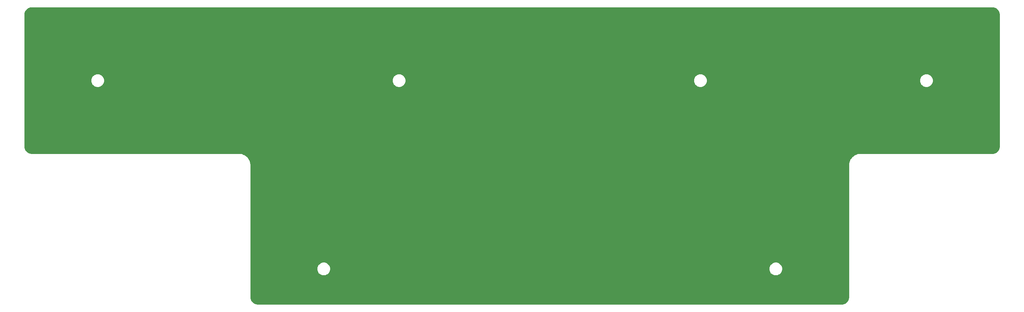
<source format=gtl>
G04 #@! TF.GenerationSoftware,KiCad,Pcbnew,(5.99.0-10034-g38c849bde7)*
G04 #@! TF.CreationDate,2021-03-30T15:33:25-07:00*
G04 #@! TF.ProjectId,back-plate,6261636b-2d70-46c6-9174-652e6b696361,rev?*
G04 #@! TF.SameCoordinates,Original*
G04 #@! TF.FileFunction,Copper,L1,Top*
G04 #@! TF.FilePolarity,Positive*
%FSLAX46Y46*%
G04 Gerber Fmt 4.6, Leading zero omitted, Abs format (unit mm)*
G04 Created by KiCad (PCBNEW (5.99.0-10034-g38c849bde7)) date 2021-03-30 15:33:25*
%MOMM*%
%LPD*%
G01*
G04 APERTURE LIST*
G04 APERTURE END LIST*
G04 #@! TA.AperFunction,NonConductor*
G36*
X272989073Y-60834841D02*
G01*
X272998448Y-60836462D01*
X272998454Y-60836463D01*
X273003247Y-60837291D01*
X273048299Y-60838043D01*
X273128461Y-60839383D01*
X273134595Y-60839635D01*
X273177288Y-60842432D01*
X273190870Y-60843323D01*
X273199063Y-60844129D01*
X273249282Y-60850741D01*
X273387955Y-60868998D01*
X273396087Y-60870341D01*
X273432821Y-60877647D01*
X273440853Y-60879519D01*
X273624887Y-60928831D01*
X273632752Y-60931217D01*
X273668219Y-60943256D01*
X273668222Y-60943257D01*
X273675937Y-60946161D01*
X273851969Y-61019076D01*
X273859473Y-61022476D01*
X273859486Y-61022482D01*
X273893060Y-61039039D01*
X273900331Y-61042926D01*
X274065314Y-61138179D01*
X274072312Y-61142530D01*
X274103471Y-61163349D01*
X274110138Y-61168127D01*
X274261341Y-61284149D01*
X274267667Y-61289341D01*
X274290770Y-61309602D01*
X274295839Y-61314048D01*
X274301854Y-61319682D01*
X274436562Y-61454389D01*
X274442197Y-61460406D01*
X274466897Y-61488570D01*
X274472116Y-61494928D01*
X274587869Y-61645780D01*
X274588107Y-61646090D01*
X274592910Y-61652793D01*
X274613720Y-61683938D01*
X274618073Y-61690939D01*
X274713329Y-61855928D01*
X274717211Y-61863190D01*
X274733771Y-61896770D01*
X274737172Y-61904275D01*
X274810090Y-62080313D01*
X274812994Y-62088030D01*
X274825023Y-62123467D01*
X274827417Y-62131357D01*
X274876733Y-62315409D01*
X274878605Y-62323438D01*
X274885909Y-62360156D01*
X274887251Y-62368284D01*
X274905497Y-62506870D01*
X274912120Y-62557178D01*
X274912928Y-62565385D01*
X274916617Y-62621675D01*
X274916869Y-62627810D01*
X274918905Y-62749726D01*
X274919615Y-62754155D01*
X274921662Y-62766926D01*
X274923250Y-62786868D01*
X274923250Y-95961362D01*
X274921409Y-95982823D01*
X274919788Y-95992198D01*
X274919787Y-95992204D01*
X274918959Y-95996997D01*
X274918673Y-96014132D01*
X274916867Y-96122211D01*
X274916615Y-96128345D01*
X274912928Y-96184613D01*
X274912121Y-96192813D01*
X274909949Y-96209312D01*
X274887251Y-96381712D01*
X274885909Y-96389842D01*
X274878599Y-96426594D01*
X274876733Y-96434594D01*
X274827418Y-96618636D01*
X274825025Y-96626526D01*
X274812994Y-96661968D01*
X274810090Y-96669684D01*
X274737174Y-96845720D01*
X274733780Y-96853212D01*
X274717203Y-96886825D01*
X274713324Y-96894082D01*
X274618077Y-97059055D01*
X274613723Y-97066057D01*
X274592898Y-97097224D01*
X274588096Y-97103925D01*
X274472116Y-97255072D01*
X274466916Y-97261408D01*
X274444913Y-97286498D01*
X274442202Y-97289589D01*
X274436568Y-97295603D01*
X274301848Y-97430323D01*
X274295830Y-97435960D01*
X274267676Y-97460650D01*
X274261303Y-97465880D01*
X274110175Y-97581845D01*
X274103475Y-97586647D01*
X274072314Y-97607469D01*
X274065318Y-97611819D01*
X274017006Y-97639712D01*
X273900334Y-97707072D01*
X273893063Y-97710959D01*
X273859475Y-97727523D01*
X273851964Y-97730926D01*
X273675938Y-97803839D01*
X273668226Y-97806742D01*
X273632752Y-97818784D01*
X273624904Y-97821164D01*
X273445088Y-97869345D01*
X273440838Y-97870484D01*
X273432807Y-97872356D01*
X273396094Y-97879658D01*
X273387962Y-97881001D01*
X273297615Y-97892896D01*
X273199060Y-97905871D01*
X273190876Y-97906677D01*
X273141246Y-97909930D01*
X273134575Y-97910367D01*
X273128440Y-97910619D01*
X273092039Y-97911227D01*
X273011014Y-97912580D01*
X273006525Y-97912655D01*
X272990280Y-97915259D01*
X272989325Y-97915412D01*
X272969383Y-97917000D01*
X239790957Y-97917000D01*
X239773657Y-97915806D01*
X239742119Y-97911434D01*
X239737254Y-97911515D01*
X239737250Y-97911515D01*
X239665774Y-97912709D01*
X239555124Y-97914557D01*
X239550102Y-97914540D01*
X239527500Y-97914008D01*
X239522667Y-97914644D01*
X239522452Y-97914656D01*
X239517801Y-97915167D01*
X239517604Y-97915184D01*
X239513120Y-97915259D01*
X239508696Y-97915968D01*
X239508686Y-97915969D01*
X239492429Y-97918575D01*
X239488934Y-97919085D01*
X239317241Y-97941689D01*
X239178219Y-97959991D01*
X239175303Y-97960341D01*
X239168590Y-97961064D01*
X239156411Y-97962376D01*
X239156408Y-97962377D01*
X239151569Y-97962898D01*
X239147153Y-97964081D01*
X239145879Y-97964249D01*
X239132320Y-97968047D01*
X239131049Y-97968396D01*
X238811229Y-98054092D01*
X238808374Y-98054821D01*
X238789966Y-98059291D01*
X238789964Y-98059292D01*
X238785235Y-98060440D01*
X238781017Y-98062187D01*
X238779771Y-98062521D01*
X238766738Y-98068093D01*
X238765469Y-98068627D01*
X238459745Y-98195263D01*
X238456990Y-98196366D01*
X238439315Y-98203204D01*
X238439311Y-98203206D01*
X238434769Y-98204963D01*
X238430811Y-98207248D01*
X238429621Y-98207741D01*
X238417409Y-98214978D01*
X238416333Y-98215607D01*
X238140347Y-98374947D01*
X238129638Y-98381130D01*
X238127052Y-98382582D01*
X238116512Y-98388341D01*
X238106163Y-98393995D01*
X238102542Y-98396774D01*
X238101424Y-98397419D01*
X238090227Y-98406214D01*
X238089188Y-98407020D01*
X237826674Y-98608455D01*
X237824317Y-98610220D01*
X237805044Y-98624301D01*
X237801814Y-98627531D01*
X237800791Y-98628316D01*
X237800054Y-98629070D01*
X237790950Y-98638383D01*
X237789944Y-98639401D01*
X237555891Y-98873453D01*
X237553768Y-98875526D01*
X237542874Y-98885919D01*
X237536562Y-98891940D01*
X237533785Y-98895559D01*
X237532869Y-98896475D01*
X237532239Y-98897316D01*
X237524357Y-98907833D01*
X237523497Y-98908967D01*
X237502760Y-98935992D01*
X237322071Y-99171469D01*
X237320281Y-99173747D01*
X237305308Y-99192336D01*
X237303028Y-99196285D01*
X237302240Y-99197312D01*
X237298369Y-99204196D01*
X237295296Y-99209661D01*
X237294593Y-99210894D01*
X237129119Y-99497506D01*
X237127700Y-99499899D01*
X237115245Y-99520343D01*
X237113496Y-99524566D01*
X237112852Y-99525681D01*
X237112465Y-99526646D01*
X237107615Y-99538742D01*
X237107076Y-99540064D01*
X236980415Y-99845851D01*
X236979254Y-99848563D01*
X236969620Y-99870355D01*
X236968439Y-99874761D01*
X236967944Y-99875957D01*
X236967686Y-99876964D01*
X236967685Y-99876968D01*
X236964434Y-99889677D01*
X236964078Y-99891040D01*
X236879881Y-100205266D01*
X236878430Y-100210680D01*
X236877640Y-100213495D01*
X236870927Y-100236379D01*
X236870331Y-100240905D01*
X236869997Y-100242152D01*
X236869873Y-100243182D01*
X236869871Y-100243193D01*
X236868306Y-100256221D01*
X236868128Y-100257638D01*
X236826174Y-100576316D01*
X236825413Y-100581319D01*
X236821563Y-100603592D01*
X236821482Y-100608458D01*
X236821463Y-100608658D01*
X236821284Y-100613341D01*
X236821271Y-100613557D01*
X236820686Y-100618000D01*
X236820737Y-100622483D01*
X236820923Y-100638942D01*
X236820913Y-100642472D01*
X236820848Y-100646354D01*
X236817738Y-100832591D01*
X236818299Y-100837036D01*
X236822258Y-100868405D01*
X236823250Y-100884182D01*
X236823250Y-134061362D01*
X236821409Y-134082823D01*
X236819788Y-134092198D01*
X236819787Y-134092204D01*
X236818959Y-134096997D01*
X236818673Y-134114132D01*
X236816867Y-134222211D01*
X236816615Y-134228345D01*
X236812928Y-134284613D01*
X236812121Y-134292813D01*
X236809949Y-134309312D01*
X236787251Y-134481712D01*
X236785909Y-134489842D01*
X236778599Y-134526594D01*
X236776733Y-134534594D01*
X236727418Y-134718636D01*
X236725025Y-134726526D01*
X236712994Y-134761968D01*
X236710090Y-134769684D01*
X236637174Y-134945720D01*
X236633780Y-134953212D01*
X236617203Y-134986825D01*
X236613324Y-134994082D01*
X236518077Y-135159055D01*
X236513723Y-135166057D01*
X236492898Y-135197224D01*
X236488096Y-135203925D01*
X236372116Y-135355072D01*
X236366916Y-135361408D01*
X236344913Y-135386498D01*
X236342202Y-135389589D01*
X236336568Y-135395603D01*
X236201848Y-135530323D01*
X236195830Y-135535960D01*
X236167676Y-135560650D01*
X236161303Y-135565880D01*
X236010175Y-135681845D01*
X236003475Y-135686647D01*
X235972314Y-135707469D01*
X235965318Y-135711819D01*
X235917006Y-135739712D01*
X235800334Y-135807072D01*
X235793063Y-135810959D01*
X235759475Y-135827523D01*
X235751964Y-135830926D01*
X235575938Y-135903839D01*
X235568226Y-135906742D01*
X235532752Y-135918784D01*
X235524904Y-135921164D01*
X235345088Y-135969345D01*
X235340838Y-135970484D01*
X235332807Y-135972356D01*
X235296094Y-135979658D01*
X235287962Y-135981001D01*
X235197615Y-135992896D01*
X235099060Y-136005871D01*
X235090876Y-136006677D01*
X235041246Y-136009930D01*
X235034575Y-136010367D01*
X235028440Y-136010619D01*
X234992039Y-136011227D01*
X234911014Y-136012580D01*
X234906525Y-136012655D01*
X234890903Y-136015159D01*
X234889325Y-136015412D01*
X234869383Y-136017000D01*
X87394888Y-136017000D01*
X87373427Y-136015159D01*
X87364052Y-136013538D01*
X87364046Y-136013537D01*
X87359253Y-136012709D01*
X87314201Y-136011957D01*
X87234039Y-136010617D01*
X87227905Y-136010365D01*
X87185212Y-136007568D01*
X87171630Y-136006677D01*
X87163437Y-136005871D01*
X87116796Y-135999730D01*
X86974538Y-135981001D01*
X86966408Y-135979659D01*
X86961284Y-135978640D01*
X86929656Y-135972349D01*
X86921656Y-135970483D01*
X86737614Y-135921168D01*
X86729724Y-135918775D01*
X86694282Y-135906744D01*
X86686566Y-135903840D01*
X86510535Y-135830926D01*
X86510523Y-135830921D01*
X86503038Y-135827530D01*
X86469425Y-135810953D01*
X86462168Y-135807074D01*
X86297195Y-135711827D01*
X86290193Y-135707473D01*
X86259026Y-135686648D01*
X86252324Y-135681845D01*
X86205664Y-135646041D01*
X86101178Y-135565866D01*
X86094842Y-135560666D01*
X86066661Y-135535952D01*
X86060647Y-135530318D01*
X85925927Y-135395598D01*
X85920290Y-135389580D01*
X85895600Y-135361426D01*
X85890370Y-135355053D01*
X85774405Y-135203925D01*
X85769603Y-135197225D01*
X85748781Y-135166064D01*
X85744426Y-135159060D01*
X85649178Y-134994084D01*
X85645291Y-134986813D01*
X85628727Y-134953225D01*
X85625324Y-134945714D01*
X85552411Y-134769688D01*
X85549508Y-134761975D01*
X85549506Y-134761968D01*
X85537466Y-134726502D01*
X85535086Y-134718654D01*
X85485766Y-134534588D01*
X85483894Y-134526557D01*
X85476592Y-134489844D01*
X85475249Y-134481712D01*
X85452551Y-134309312D01*
X85450379Y-134292810D01*
X85449572Y-134284615D01*
X85445883Y-134228325D01*
X85445631Y-134222189D01*
X85443670Y-134104764D01*
X85443595Y-134100275D01*
X85440838Y-134083075D01*
X85439250Y-134063133D01*
X85439250Y-127000000D01*
X102367750Y-127000000D01*
X102387615Y-127252407D01*
X102446720Y-127498599D01*
X102543611Y-127732514D01*
X102675901Y-127948392D01*
X102679112Y-127952152D01*
X102679116Y-127952157D01*
X102824428Y-128122295D01*
X102840333Y-128140917D01*
X102844095Y-128144130D01*
X103029093Y-128302134D01*
X103029098Y-128302138D01*
X103032858Y-128305349D01*
X103248736Y-128437639D01*
X103253306Y-128439532D01*
X103253310Y-128439534D01*
X103478078Y-128532636D01*
X103482651Y-128534530D01*
X103567356Y-128554866D01*
X103724030Y-128592480D01*
X103724036Y-128592481D01*
X103728843Y-128593635D01*
X103981250Y-128613500D01*
X104233657Y-128593635D01*
X104238464Y-128592481D01*
X104238470Y-128592480D01*
X104395144Y-128554866D01*
X104479849Y-128534530D01*
X104484422Y-128532636D01*
X104709190Y-128439534D01*
X104709194Y-128439532D01*
X104713764Y-128437639D01*
X104929642Y-128305349D01*
X104933402Y-128302138D01*
X104933407Y-128302134D01*
X105118405Y-128144130D01*
X105122167Y-128140917D01*
X105138072Y-128122295D01*
X105283384Y-127952157D01*
X105283388Y-127952152D01*
X105286599Y-127948392D01*
X105418889Y-127732514D01*
X105515780Y-127498599D01*
X105574885Y-127252407D01*
X105594750Y-127000000D01*
X216667750Y-127000000D01*
X216687615Y-127252407D01*
X216746720Y-127498599D01*
X216843611Y-127732514D01*
X216975901Y-127948392D01*
X216979112Y-127952152D01*
X216979116Y-127952157D01*
X217124428Y-128122295D01*
X217140333Y-128140917D01*
X217144095Y-128144130D01*
X217329093Y-128302134D01*
X217329098Y-128302138D01*
X217332858Y-128305349D01*
X217548736Y-128437639D01*
X217553306Y-128439532D01*
X217553310Y-128439534D01*
X217778078Y-128532636D01*
X217782651Y-128534530D01*
X217867356Y-128554866D01*
X218024030Y-128592480D01*
X218024036Y-128592481D01*
X218028843Y-128593635D01*
X218281250Y-128613500D01*
X218533657Y-128593635D01*
X218538464Y-128592481D01*
X218538470Y-128592480D01*
X218695144Y-128554866D01*
X218779849Y-128534530D01*
X218784422Y-128532636D01*
X219009190Y-128439534D01*
X219009194Y-128439532D01*
X219013764Y-128437639D01*
X219229642Y-128305349D01*
X219233402Y-128302138D01*
X219233407Y-128302134D01*
X219418405Y-128144130D01*
X219422167Y-128140917D01*
X219438072Y-128122295D01*
X219583384Y-127952157D01*
X219583388Y-127952152D01*
X219586599Y-127948392D01*
X219718889Y-127732514D01*
X219815780Y-127498599D01*
X219874885Y-127252407D01*
X219894750Y-127000000D01*
X219874885Y-126747593D01*
X219815780Y-126501401D01*
X219718889Y-126267486D01*
X219586599Y-126051608D01*
X219583388Y-126047848D01*
X219583384Y-126047843D01*
X219425380Y-125862845D01*
X219422167Y-125859083D01*
X219403545Y-125843178D01*
X219233407Y-125697866D01*
X219233402Y-125697862D01*
X219229642Y-125694651D01*
X219013764Y-125562361D01*
X219009194Y-125560468D01*
X219009190Y-125560466D01*
X218784422Y-125467364D01*
X218784420Y-125467363D01*
X218779849Y-125465470D01*
X218695144Y-125445134D01*
X218538470Y-125407520D01*
X218538464Y-125407519D01*
X218533657Y-125406365D01*
X218281250Y-125386500D01*
X218028843Y-125406365D01*
X218024036Y-125407519D01*
X218024030Y-125407520D01*
X217867356Y-125445134D01*
X217782651Y-125465470D01*
X217778080Y-125467363D01*
X217778078Y-125467364D01*
X217553310Y-125560466D01*
X217553306Y-125560468D01*
X217548736Y-125562361D01*
X217332858Y-125694651D01*
X217329098Y-125697862D01*
X217329093Y-125697866D01*
X217158955Y-125843178D01*
X217140333Y-125859083D01*
X217137120Y-125862845D01*
X216979116Y-126047843D01*
X216979112Y-126047848D01*
X216975901Y-126051608D01*
X216843611Y-126267486D01*
X216746720Y-126501401D01*
X216687615Y-126747593D01*
X216667750Y-127000000D01*
X105594750Y-127000000D01*
X105574885Y-126747593D01*
X105515780Y-126501401D01*
X105418889Y-126267486D01*
X105286599Y-126051608D01*
X105283388Y-126047848D01*
X105283384Y-126047843D01*
X105125380Y-125862845D01*
X105122167Y-125859083D01*
X105103545Y-125843178D01*
X104933407Y-125697866D01*
X104933402Y-125697862D01*
X104929642Y-125694651D01*
X104713764Y-125562361D01*
X104709194Y-125560468D01*
X104709190Y-125560466D01*
X104484422Y-125467364D01*
X104484420Y-125467363D01*
X104479849Y-125465470D01*
X104395144Y-125445134D01*
X104238470Y-125407520D01*
X104238464Y-125407519D01*
X104233657Y-125406365D01*
X103981250Y-125386500D01*
X103728843Y-125406365D01*
X103724036Y-125407519D01*
X103724030Y-125407520D01*
X103567356Y-125445134D01*
X103482651Y-125465470D01*
X103478080Y-125467363D01*
X103478078Y-125467364D01*
X103253310Y-125560466D01*
X103253306Y-125560468D01*
X103248736Y-125562361D01*
X103032858Y-125694651D01*
X103029098Y-125697862D01*
X103029093Y-125697866D01*
X102858955Y-125843178D01*
X102840333Y-125859083D01*
X102837120Y-125862845D01*
X102679116Y-126047843D01*
X102679112Y-126047848D01*
X102675901Y-126051608D01*
X102543611Y-126267486D01*
X102446720Y-126501401D01*
X102387615Y-126747593D01*
X102367750Y-127000000D01*
X85439250Y-127000000D01*
X85439250Y-100884707D01*
X85440444Y-100867404D01*
X85444816Y-100835869D01*
X85444687Y-100828110D01*
X85441693Y-100648897D01*
X85441710Y-100643852D01*
X85442242Y-100621250D01*
X85441606Y-100616417D01*
X85441594Y-100616202D01*
X85441083Y-100611551D01*
X85441066Y-100611354D01*
X85440991Y-100606870D01*
X85440282Y-100602446D01*
X85440281Y-100602436D01*
X85437675Y-100586179D01*
X85437165Y-100582684D01*
X85396261Y-100271989D01*
X85395908Y-100269041D01*
X85393874Y-100250161D01*
X85393873Y-100250158D01*
X85393352Y-100245319D01*
X85392169Y-100240903D01*
X85392001Y-100239629D01*
X85388203Y-100226070D01*
X85387836Y-100224734D01*
X85384071Y-100210680D01*
X85302158Y-99904979D01*
X85301429Y-99902124D01*
X85296959Y-99883716D01*
X85296958Y-99883714D01*
X85295810Y-99878985D01*
X85294063Y-99874767D01*
X85293729Y-99873521D01*
X85288157Y-99860488D01*
X85287623Y-99859219D01*
X85160987Y-99553495D01*
X85159884Y-99550740D01*
X85153046Y-99533065D01*
X85153044Y-99533061D01*
X85151287Y-99528519D01*
X85149002Y-99524561D01*
X85148509Y-99523371D01*
X85141272Y-99511159D01*
X85140643Y-99510083D01*
X84975120Y-99223388D01*
X84973668Y-99220802D01*
X84964595Y-99204196D01*
X84962255Y-99199913D01*
X84959476Y-99196292D01*
X84958831Y-99195174D01*
X84950036Y-99183977D01*
X84949230Y-99182938D01*
X84762849Y-98940043D01*
X84747793Y-98920421D01*
X84746016Y-98918049D01*
X84734824Y-98902729D01*
X84734823Y-98902728D01*
X84731949Y-98898794D01*
X84728719Y-98895564D01*
X84727934Y-98894541D01*
X84717866Y-98884699D01*
X84716849Y-98883694D01*
X84482797Y-98649641D01*
X84480724Y-98647518D01*
X84467674Y-98633838D01*
X84467672Y-98633836D01*
X84464310Y-98630312D01*
X84460691Y-98627535D01*
X84459775Y-98626619D01*
X84448384Y-98618082D01*
X84447277Y-98617242D01*
X84234550Y-98454010D01*
X84184764Y-98415808D01*
X84182503Y-98414031D01*
X84163914Y-98399058D01*
X84159965Y-98396778D01*
X84158938Y-98395990D01*
X84146551Y-98389024D01*
X84145352Y-98388341D01*
X84132862Y-98381130D01*
X83858744Y-98222869D01*
X83856351Y-98221450D01*
X83835907Y-98208995D01*
X83831684Y-98207246D01*
X83830569Y-98206602D01*
X83817459Y-98201345D01*
X83816186Y-98200826D01*
X83766649Y-98180307D01*
X83510371Y-98074153D01*
X83507687Y-98073004D01*
X83485895Y-98063370D01*
X83481489Y-98062189D01*
X83480293Y-98061694D01*
X83479286Y-98061436D01*
X83479282Y-98061435D01*
X83466573Y-98058184D01*
X83465210Y-98057828D01*
X83145551Y-97972175D01*
X83142755Y-97971390D01*
X83119871Y-97964677D01*
X83115345Y-97964081D01*
X83114098Y-97963747D01*
X83113068Y-97963623D01*
X83113057Y-97963621D01*
X83100029Y-97962056D01*
X83098612Y-97961878D01*
X82860634Y-97930548D01*
X82779929Y-97919923D01*
X82774931Y-97919163D01*
X82752658Y-97915313D01*
X82747792Y-97915232D01*
X82747592Y-97915213D01*
X82742909Y-97915034D01*
X82742693Y-97915021D01*
X82738250Y-97914436D01*
X82725604Y-97914579D01*
X82717308Y-97914673D01*
X82713778Y-97914663D01*
X82610096Y-97912932D01*
X82523659Y-97911488D01*
X82508787Y-97913365D01*
X82487845Y-97916008D01*
X82472068Y-97917000D01*
X30244888Y-97917000D01*
X30223427Y-97915159D01*
X30214052Y-97913538D01*
X30214046Y-97913537D01*
X30209253Y-97912709D01*
X30164201Y-97911957D01*
X30084039Y-97910617D01*
X30077905Y-97910365D01*
X30035212Y-97907568D01*
X30021630Y-97906677D01*
X30013437Y-97905871D01*
X29966796Y-97899730D01*
X29824538Y-97881001D01*
X29816408Y-97879659D01*
X29811284Y-97878640D01*
X29779656Y-97872349D01*
X29771656Y-97870483D01*
X29587614Y-97821168D01*
X29579724Y-97818775D01*
X29544282Y-97806744D01*
X29536566Y-97803840D01*
X29360535Y-97730926D01*
X29360523Y-97730921D01*
X29353038Y-97727530D01*
X29319425Y-97710953D01*
X29312168Y-97707074D01*
X29147195Y-97611827D01*
X29140193Y-97607473D01*
X29109026Y-97586648D01*
X29102324Y-97581845D01*
X29055664Y-97546041D01*
X28951178Y-97465866D01*
X28944842Y-97460666D01*
X28916661Y-97435952D01*
X28910647Y-97430318D01*
X28775927Y-97295598D01*
X28770290Y-97289580D01*
X28745600Y-97261426D01*
X28740370Y-97255053D01*
X28624405Y-97103925D01*
X28619603Y-97097225D01*
X28598781Y-97066064D01*
X28594426Y-97059060D01*
X28499178Y-96894084D01*
X28495291Y-96886813D01*
X28478727Y-96853225D01*
X28475324Y-96845714D01*
X28402411Y-96669688D01*
X28399508Y-96661975D01*
X28399506Y-96661968D01*
X28387466Y-96626502D01*
X28385086Y-96618654D01*
X28335766Y-96434588D01*
X28333894Y-96426557D01*
X28326592Y-96389844D01*
X28325249Y-96381712D01*
X28302551Y-96209312D01*
X28300379Y-96192810D01*
X28299572Y-96184615D01*
X28295883Y-96128325D01*
X28295631Y-96122189D01*
X28293670Y-96004764D01*
X28293595Y-96000275D01*
X28290838Y-95983075D01*
X28289250Y-95963133D01*
X28289250Y-79375000D01*
X45217750Y-79375000D01*
X45237615Y-79627407D01*
X45296720Y-79873599D01*
X45393611Y-80107514D01*
X45525901Y-80323392D01*
X45529112Y-80327152D01*
X45529116Y-80327157D01*
X45674428Y-80497295D01*
X45690333Y-80515917D01*
X45694095Y-80519130D01*
X45879093Y-80677134D01*
X45879098Y-80677138D01*
X45882858Y-80680349D01*
X46098736Y-80812639D01*
X46103306Y-80814532D01*
X46103310Y-80814534D01*
X46328078Y-80907636D01*
X46332651Y-80909530D01*
X46417356Y-80929866D01*
X46574030Y-80967480D01*
X46574036Y-80967481D01*
X46578843Y-80968635D01*
X46831250Y-80988500D01*
X47083657Y-80968635D01*
X47088464Y-80967481D01*
X47088470Y-80967480D01*
X47245144Y-80929866D01*
X47329849Y-80909530D01*
X47334422Y-80907636D01*
X47559190Y-80814534D01*
X47559194Y-80814532D01*
X47563764Y-80812639D01*
X47779642Y-80680349D01*
X47783402Y-80677138D01*
X47783407Y-80677134D01*
X47968405Y-80519130D01*
X47972167Y-80515917D01*
X47988072Y-80497295D01*
X48133384Y-80327157D01*
X48133388Y-80327152D01*
X48136599Y-80323392D01*
X48268889Y-80107514D01*
X48365780Y-79873599D01*
X48424885Y-79627407D01*
X48444750Y-79375000D01*
X121417750Y-79375000D01*
X121437615Y-79627407D01*
X121496720Y-79873599D01*
X121593611Y-80107514D01*
X121725901Y-80323392D01*
X121729112Y-80327152D01*
X121729116Y-80327157D01*
X121874428Y-80497295D01*
X121890333Y-80515917D01*
X121894095Y-80519130D01*
X122079093Y-80677134D01*
X122079098Y-80677138D01*
X122082858Y-80680349D01*
X122298736Y-80812639D01*
X122303306Y-80814532D01*
X122303310Y-80814534D01*
X122528078Y-80907636D01*
X122532651Y-80909530D01*
X122617356Y-80929866D01*
X122774030Y-80967480D01*
X122774036Y-80967481D01*
X122778843Y-80968635D01*
X123031250Y-80988500D01*
X123283657Y-80968635D01*
X123288464Y-80967481D01*
X123288470Y-80967480D01*
X123445144Y-80929866D01*
X123529849Y-80909530D01*
X123534422Y-80907636D01*
X123759190Y-80814534D01*
X123759194Y-80814532D01*
X123763764Y-80812639D01*
X123979642Y-80680349D01*
X123983402Y-80677138D01*
X123983407Y-80677134D01*
X124168405Y-80519130D01*
X124172167Y-80515917D01*
X124188072Y-80497295D01*
X124333384Y-80327157D01*
X124333388Y-80327152D01*
X124336599Y-80323392D01*
X124468889Y-80107514D01*
X124565780Y-79873599D01*
X124624885Y-79627407D01*
X124644750Y-79375000D01*
X197617750Y-79375000D01*
X197637615Y-79627407D01*
X197696720Y-79873599D01*
X197793611Y-80107514D01*
X197925901Y-80323392D01*
X197929112Y-80327152D01*
X197929116Y-80327157D01*
X198074428Y-80497295D01*
X198090333Y-80515917D01*
X198094095Y-80519130D01*
X198279093Y-80677134D01*
X198279098Y-80677138D01*
X198282858Y-80680349D01*
X198498736Y-80812639D01*
X198503306Y-80814532D01*
X198503310Y-80814534D01*
X198728078Y-80907636D01*
X198732651Y-80909530D01*
X198817356Y-80929866D01*
X198974030Y-80967480D01*
X198974036Y-80967481D01*
X198978843Y-80968635D01*
X199231250Y-80988500D01*
X199483657Y-80968635D01*
X199488464Y-80967481D01*
X199488470Y-80967480D01*
X199645144Y-80929866D01*
X199729849Y-80909530D01*
X199734422Y-80907636D01*
X199959190Y-80814534D01*
X199959194Y-80814532D01*
X199963764Y-80812639D01*
X200179642Y-80680349D01*
X200183402Y-80677138D01*
X200183407Y-80677134D01*
X200368405Y-80519130D01*
X200372167Y-80515917D01*
X200388072Y-80497295D01*
X200533384Y-80327157D01*
X200533388Y-80327152D01*
X200536599Y-80323392D01*
X200668889Y-80107514D01*
X200765780Y-79873599D01*
X200824885Y-79627407D01*
X200844750Y-79375000D01*
X254767750Y-79375000D01*
X254787615Y-79627407D01*
X254846720Y-79873599D01*
X254943611Y-80107514D01*
X255075901Y-80323392D01*
X255079112Y-80327152D01*
X255079116Y-80327157D01*
X255224428Y-80497295D01*
X255240333Y-80515917D01*
X255244095Y-80519130D01*
X255429093Y-80677134D01*
X255429098Y-80677138D01*
X255432858Y-80680349D01*
X255648736Y-80812639D01*
X255653306Y-80814532D01*
X255653310Y-80814534D01*
X255878078Y-80907636D01*
X255882651Y-80909530D01*
X255967356Y-80929866D01*
X256124030Y-80967480D01*
X256124036Y-80967481D01*
X256128843Y-80968635D01*
X256381250Y-80988500D01*
X256633657Y-80968635D01*
X256638464Y-80967481D01*
X256638470Y-80967480D01*
X256795144Y-80929866D01*
X256879849Y-80909530D01*
X256884422Y-80907636D01*
X257109190Y-80814534D01*
X257109194Y-80814532D01*
X257113764Y-80812639D01*
X257329642Y-80680349D01*
X257333402Y-80677138D01*
X257333407Y-80677134D01*
X257518405Y-80519130D01*
X257522167Y-80515917D01*
X257538072Y-80497295D01*
X257683384Y-80327157D01*
X257683388Y-80327152D01*
X257686599Y-80323392D01*
X257818889Y-80107514D01*
X257915780Y-79873599D01*
X257974885Y-79627407D01*
X257994750Y-79375000D01*
X257974885Y-79122593D01*
X257915780Y-78876401D01*
X257818889Y-78642486D01*
X257686599Y-78426608D01*
X257683388Y-78422848D01*
X257683384Y-78422843D01*
X257525380Y-78237845D01*
X257522167Y-78234083D01*
X257503545Y-78218178D01*
X257333407Y-78072866D01*
X257333402Y-78072862D01*
X257329642Y-78069651D01*
X257113764Y-77937361D01*
X257109194Y-77935468D01*
X257109190Y-77935466D01*
X256884422Y-77842364D01*
X256884420Y-77842363D01*
X256879849Y-77840470D01*
X256795144Y-77820134D01*
X256638470Y-77782520D01*
X256638464Y-77782519D01*
X256633657Y-77781365D01*
X256381250Y-77761500D01*
X256128843Y-77781365D01*
X256124036Y-77782519D01*
X256124030Y-77782520D01*
X255967356Y-77820134D01*
X255882651Y-77840470D01*
X255878080Y-77842363D01*
X255878078Y-77842364D01*
X255653310Y-77935466D01*
X255653306Y-77935468D01*
X255648736Y-77937361D01*
X255432858Y-78069651D01*
X255429098Y-78072862D01*
X255429093Y-78072866D01*
X255258955Y-78218178D01*
X255240333Y-78234083D01*
X255237120Y-78237845D01*
X255079116Y-78422843D01*
X255079112Y-78422848D01*
X255075901Y-78426608D01*
X254943611Y-78642486D01*
X254846720Y-78876401D01*
X254787615Y-79122593D01*
X254767750Y-79375000D01*
X200844750Y-79375000D01*
X200824885Y-79122593D01*
X200765780Y-78876401D01*
X200668889Y-78642486D01*
X200536599Y-78426608D01*
X200533388Y-78422848D01*
X200533384Y-78422843D01*
X200375380Y-78237845D01*
X200372167Y-78234083D01*
X200353545Y-78218178D01*
X200183407Y-78072866D01*
X200183402Y-78072862D01*
X200179642Y-78069651D01*
X199963764Y-77937361D01*
X199959194Y-77935468D01*
X199959190Y-77935466D01*
X199734422Y-77842364D01*
X199734420Y-77842363D01*
X199729849Y-77840470D01*
X199645144Y-77820134D01*
X199488470Y-77782520D01*
X199488464Y-77782519D01*
X199483657Y-77781365D01*
X199231250Y-77761500D01*
X198978843Y-77781365D01*
X198974036Y-77782519D01*
X198974030Y-77782520D01*
X198817356Y-77820134D01*
X198732651Y-77840470D01*
X198728080Y-77842363D01*
X198728078Y-77842364D01*
X198503310Y-77935466D01*
X198503306Y-77935468D01*
X198498736Y-77937361D01*
X198282858Y-78069651D01*
X198279098Y-78072862D01*
X198279093Y-78072866D01*
X198108955Y-78218178D01*
X198090333Y-78234083D01*
X198087120Y-78237845D01*
X197929116Y-78422843D01*
X197929112Y-78422848D01*
X197925901Y-78426608D01*
X197793611Y-78642486D01*
X197696720Y-78876401D01*
X197637615Y-79122593D01*
X197617750Y-79375000D01*
X124644750Y-79375000D01*
X124624885Y-79122593D01*
X124565780Y-78876401D01*
X124468889Y-78642486D01*
X124336599Y-78426608D01*
X124333388Y-78422848D01*
X124333384Y-78422843D01*
X124175380Y-78237845D01*
X124172167Y-78234083D01*
X124153545Y-78218178D01*
X123983407Y-78072866D01*
X123983402Y-78072862D01*
X123979642Y-78069651D01*
X123763764Y-77937361D01*
X123759194Y-77935468D01*
X123759190Y-77935466D01*
X123534422Y-77842364D01*
X123534420Y-77842363D01*
X123529849Y-77840470D01*
X123445144Y-77820134D01*
X123288470Y-77782520D01*
X123288464Y-77782519D01*
X123283657Y-77781365D01*
X123031250Y-77761500D01*
X122778843Y-77781365D01*
X122774036Y-77782519D01*
X122774030Y-77782520D01*
X122617356Y-77820134D01*
X122532651Y-77840470D01*
X122528080Y-77842363D01*
X122528078Y-77842364D01*
X122303310Y-77935466D01*
X122303306Y-77935468D01*
X122298736Y-77937361D01*
X122082858Y-78069651D01*
X122079098Y-78072862D01*
X122079093Y-78072866D01*
X121908955Y-78218178D01*
X121890333Y-78234083D01*
X121887120Y-78237845D01*
X121729116Y-78422843D01*
X121729112Y-78422848D01*
X121725901Y-78426608D01*
X121593611Y-78642486D01*
X121496720Y-78876401D01*
X121437615Y-79122593D01*
X121417750Y-79375000D01*
X48444750Y-79375000D01*
X48424885Y-79122593D01*
X48365780Y-78876401D01*
X48268889Y-78642486D01*
X48136599Y-78426608D01*
X48133388Y-78422848D01*
X48133384Y-78422843D01*
X47975380Y-78237845D01*
X47972167Y-78234083D01*
X47953545Y-78218178D01*
X47783407Y-78072866D01*
X47783402Y-78072862D01*
X47779642Y-78069651D01*
X47563764Y-77937361D01*
X47559194Y-77935468D01*
X47559190Y-77935466D01*
X47334422Y-77842364D01*
X47334420Y-77842363D01*
X47329849Y-77840470D01*
X47245144Y-77820134D01*
X47088470Y-77782520D01*
X47088464Y-77782519D01*
X47083657Y-77781365D01*
X46831250Y-77761500D01*
X46578843Y-77781365D01*
X46574036Y-77782519D01*
X46574030Y-77782520D01*
X46417356Y-77820134D01*
X46332651Y-77840470D01*
X46328080Y-77842363D01*
X46328078Y-77842364D01*
X46103310Y-77935466D01*
X46103306Y-77935468D01*
X46098736Y-77937361D01*
X45882858Y-78069651D01*
X45879098Y-78072862D01*
X45879093Y-78072866D01*
X45708955Y-78218178D01*
X45690333Y-78234083D01*
X45687120Y-78237845D01*
X45529116Y-78422843D01*
X45529112Y-78422848D01*
X45525901Y-78426608D01*
X45393611Y-78642486D01*
X45296720Y-78876401D01*
X45237615Y-79122593D01*
X45217750Y-79375000D01*
X28289250Y-79375000D01*
X28289250Y-62788638D01*
X28291091Y-62767177D01*
X28292712Y-62757802D01*
X28292713Y-62757796D01*
X28293541Y-62753003D01*
X28294293Y-62707951D01*
X28295633Y-62627789D01*
X28295885Y-62621655D01*
X28299572Y-62565387D01*
X28300380Y-62557179D01*
X28325248Y-62368295D01*
X28326591Y-62360163D01*
X28333897Y-62323429D01*
X28335769Y-62315397D01*
X28382524Y-62140905D01*
X28385081Y-62131363D01*
X28387467Y-62123498D01*
X28399507Y-62088028D01*
X28402411Y-62080313D01*
X28475326Y-61904281D01*
X28478729Y-61896770D01*
X28478733Y-61896763D01*
X28495290Y-61863187D01*
X28499176Y-61855919D01*
X28594429Y-61690936D01*
X28598782Y-61683935D01*
X28619594Y-61652787D01*
X28624377Y-61646111D01*
X28740399Y-61494909D01*
X28745591Y-61488583D01*
X28770298Y-61460411D01*
X28775932Y-61454396D01*
X28910639Y-61319688D01*
X28916656Y-61314053D01*
X28944820Y-61289353D01*
X28951178Y-61284134D01*
X29102340Y-61168143D01*
X29109036Y-61163345D01*
X29140187Y-61142530D01*
X29147189Y-61138177D01*
X29312178Y-61042921D01*
X29319448Y-61039035D01*
X29353031Y-61022474D01*
X29360525Y-61019078D01*
X29536563Y-60946160D01*
X29544271Y-60943259D01*
X29579718Y-60931227D01*
X29587607Y-60928833D01*
X29771659Y-60879517D01*
X29779688Y-60877645D01*
X29797536Y-60874095D01*
X29816412Y-60870340D01*
X29824534Y-60868999D01*
X30013440Y-60844129D01*
X30021624Y-60843323D01*
X30077894Y-60839635D01*
X30077925Y-60839633D01*
X30084060Y-60839381D01*
X30126669Y-60838669D01*
X30201487Y-60837420D01*
X30205976Y-60837345D01*
X30223176Y-60834588D01*
X30243118Y-60833000D01*
X272967612Y-60833000D01*
X272989073Y-60834841D01*
G37*
G04 #@! TD.AperFunction*
M02*

</source>
